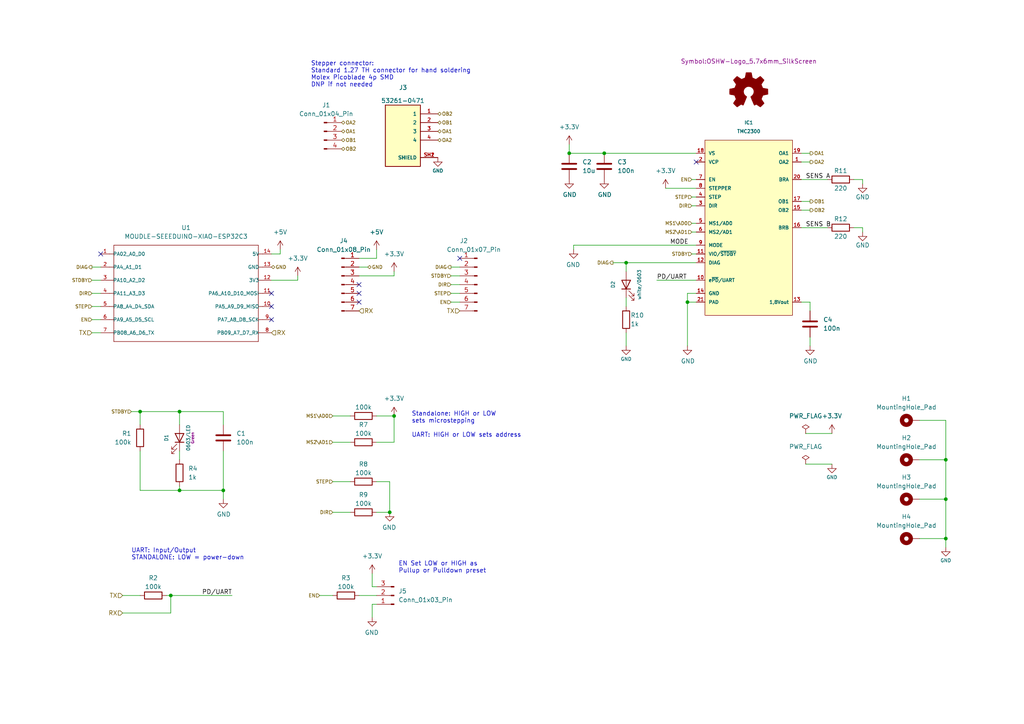
<source format=kicad_sch>
(kicad_sch (version 20230121) (generator eeschema)
  (paper "A4")
  (lib_symbols
    (symbol "53261-0471:53261-0471" (pin_names (offset 1.016))
      (property "Reference" "J" (at -5.0803 7.6204 0))
      (property "Value" "53261-0471" (at -5.0862 -12.7155 0))
      (symbol "53261-0471_0_0"
        (rectangle (start -5.08 -10.16) (end 5.08 7.62) (stroke (width 0.254)) (fill (type background)))
        (pin passive line (at -10.16 5.08 0) (length 5.08) (name "1") (number "1"))
        (pin passive line (at -10.16 2.54 0) (length 5.08) (name "2") (number "2"))
        (pin passive line (at -10.16 0 0) (length 5.08) (name "3") (number "3"))
        (pin passive line (at -10.16 -2.54 0) (length 5.08) (name "4") (number "4"))
        (pin passive line (at -10.16 -7.62 0) (length 5.08) (name "SHIELD") (number "SH1"))
        (pin passive line (at -10.16 -7.62 0) (length 5.08) (name "SHIELD") (number "SH2"))
      )
    )
    (symbol "Connector:Conn_01x03_Pin" (pin_names (offset 1.016) hide)
      (property "Reference" "J" (at 0 5.08 0))
      (property "Value" "Conn_01x03_Pin" (at 0 -5.08 0))
      (symbol "Conn_01x03_Pin_1_1"
        (polyline (pts (xy 1.27 -2.54) (xy 0.8636 -2.54)) (stroke (width 0.1524)))
        (polyline (pts (xy 1.27 0) (xy 0.8636 0)) (stroke (width 0.1524)))
        (polyline (pts (xy 1.27 2.54) (xy 0.8636 2.54)) (stroke (width 0.1524)))
        (rectangle (start 0.8636 -2.413) (end 0 -2.667) (stroke (width 0.1524)) (fill (type outline)))
        (rectangle (start 0.8636 0.127) (end 0 -0.127) (stroke (width 0.1524)) (fill (type outline)))
        (rectangle (start 0.8636 2.667) (end 0 2.413) (stroke (width 0.1524)) (fill (type outline)))
        (pin passive line (at 5.08 2.54 180) (length 3.81) (name "Pin_1") (number "1"))
        (pin passive line (at 5.08 0 180) (length 3.81) (name "Pin_2") (number "2"))
        (pin passive line (at 5.08 -2.54 180) (length 3.81) (name "Pin_3") (number "3"))
      )
    )
    (symbol "Connector:Conn_01x04_Pin" (pin_names (offset 1.016) hide)
      (property "Reference" "J" (at 0 5.08 0))
      (property "Value" "Conn_01x04_Pin" (at 0 -7.62 0))
      (symbol "Conn_01x04_Pin_1_1"
        (polyline (pts (xy 1.27 -5.08) (xy 0.8636 -5.08)) (stroke (width 0.1524)))
        (polyline (pts (xy 1.27 -2.54) (xy 0.8636 -2.54)) (stroke (width 0.1524)))
        (polyline (pts (xy 1.27 0) (xy 0.8636 0)) (stroke (width 0.1524)))
        (polyline (pts (xy 1.27 2.54) (xy 0.8636 2.54)) (stroke (width 0.1524)))
        (rectangle (start 0.8636 -4.953) (end 0 -5.207) (stroke (width 0.1524)) (fill (type outline)))
        (rectangle (start 0.8636 -2.413) (end 0 -2.667) (stroke (width 0.1524)) (fill (type outline)))
        (rectangle (start 0.8636 0.127) (end 0 -0.127) (stroke (width 0.1524)) (fill (type outline)))
        (rectangle (start 0.8636 2.667) (end 0 2.413) (stroke (width 0.1524)) (fill (type outline)))
        (pin passive line (at 5.08 2.54 180) (length 3.81) (name "Pin_1") (number "1"))
        (pin passive line (at 5.08 0 180) (length 3.81) (name "Pin_2") (number "2"))
        (pin passive line (at 5.08 -2.54 180) (length 3.81) (name "Pin_3") (number "3"))
        (pin passive line (at 5.08 -5.08 180) (length 3.81) (name "Pin_4") (number "4"))
      )
    )
    (symbol "Connector:Conn_01x07_Pin" (pin_names (offset 1.016) hide)
      (property "Reference" "J" (at 0 10.16 0))
      (property "Value" "Conn_01x07_Pin" (at 0 -10.16 0))
      (symbol "Conn_01x07_Pin_1_1"
        (polyline (pts (xy 1.27 -7.62) (xy 0.8636 -7.62)) (stroke (width 0.1524)))
        (polyline (pts (xy 1.27 -5.08) (xy 0.8636 -5.08)) (stroke (width 0.1524)))
        (polyline (pts (xy 1.27 -2.54) (xy 0.8636 -2.54)) (stroke (width 0.1524)))
        (polyline (pts (xy 1.27 0) (xy 0.8636 0)) (stroke (width 0.1524)))
        (polyline (pts (xy 1.27 2.54) (xy 0.8636 2.54)) (stroke (width 0.1524)))
        (polyline (pts (xy 1.27 5.08) (xy 0.8636 5.08)) (stroke (width 0.1524)))
        (polyline (pts (xy 1.27 7.62) (xy 0.8636 7.62)) (stroke (width 0.1524)))
        (rectangle (start 0.8636 -7.493) (end 0 -7.747) (stroke (width 0.1524)) (fill (type outline)))
        (rectangle (start 0.8636 -4.953) (end 0 -5.207) (stroke (width 0.1524)) (fill (type outline)))
        (rectangle (start 0.8636 -2.413) (end 0 -2.667) (stroke (width 0.1524)) (fill (type outline)))
        (rectangle (start 0.8636 0.127) (end 0 -0.127) (stroke (width 0.1524)) (fill (type outline)))
        (rectangle (start 0.8636 2.667) (end 0 2.413) (stroke (width 0.1524)) (fill (type outline)))
        (rectangle (start 0.8636 5.207) (end 0 4.953) (stroke (width 0.1524)) (fill (type outline)))
        (rectangle (start 0.8636 7.747) (end 0 7.493) (stroke (width 0.1524)) (fill (type outline)))
        (pin passive line (at 5.08 7.62 180) (length 3.81) (name "Pin_1") (number "1"))
        (pin passive line (at 5.08 5.08 180) (length 3.81) (name "Pin_2") (number "2"))
        (pin passive line (at 5.08 2.54 180) (length 3.81) (name "Pin_3") (number "3"))
        (pin passive line (at 5.08 0 180) (length 3.81) (name "Pin_4") (number "4"))
        (pin passive line (at 5.08 -2.54 180) (length 3.81) (name "Pin_5") (number "5"))
        (pin passive line (at 5.08 -5.08 180) (length 3.81) (name "Pin_6") (number "6"))
        (pin passive line (at 5.08 -7.62 180) (length 3.81) (name "Pin_7") (number "7"))
      )
    )
    (symbol "Device:C" (pin_numbers hide) (pin_names (offset 0.254))
      (property "Reference" "C" (at 0.635 2.54 0))
      (property "Value" "C" (at 0.635 -2.54 0))
      (symbol "C_0_1"
        (polyline (pts (xy -2.032 -0.762) (xy 2.032 -0.762)) (stroke (width 0.508)))
        (polyline (pts (xy -2.032 0.762) (xy 2.032 0.762)) (stroke (width 0.508)))
      )
      (symbol "C_1_1"
        (pin passive line (at 0 3.81 270) (length 2.794) (name "~") (number "1"))
        (pin passive line (at 0 -3.81 90) (length 2.794) (name "~") (number "2"))
      )
    )
    (symbol "Device:LED" (pin_numbers hide) (pin_names (offset 1.016) hide)
      (property "Reference" "D" (at 0 2.54 0))
      (property "Value" "LED" (at 0 -2.54 0))
      (symbol "LED_0_1"
        (polyline (pts (xy -1.27 -1.27) (xy -1.27 1.27)) (stroke (width 0.254)))
        (polyline (pts (xy -1.27 0) (xy 1.27 0)))
        (polyline (pts (xy 1.27 -1.27) (xy 1.27 1.27) (xy -1.27 0) (xy 1.27 -1.27)) (stroke (width 0.254)))
        (polyline (pts (xy -3.048 -0.762) (xy -4.572 -2.286) (xy -3.81 -2.286) (xy -4.572 -2.286) (xy -4.572 -1.524)))
        (polyline (pts (xy -1.778 -0.762) (xy -3.302 -2.286) (xy -2.54 -2.286) (xy -3.302 -2.286) (xy -3.302 -1.524)))
      )
      (symbol "LED_1_1"
        (pin passive line (at -3.81 0 0) (length 2.54) (name "K") (number "1"))
        (pin passive line (at 3.81 0 180) (length 2.54) (name "A") (number "2"))
      )
    )
    (symbol "Device:R" (pin_numbers hide) (pin_names (offset 0))
      (property "Reference" "R" (at 2.032 0 90))
      (property "Value" "R" (at 0 0 90))
      (symbol "R_0_1"
        (rectangle (start -1.016 -2.54) (end 1.016 2.54) (stroke (width 0.254)))
      )
      (symbol "R_1_1"
        (pin passive line (at 0 3.81 270) (length 1.27) (name "~") (number "1"))
        (pin passive line (at 0 -3.81 90) (length 1.27) (name "~") (number "2"))
      )
    )
    (symbol "Graphic:Logo_Open_Hardware_Small" (in_bom no) (on_board no)
      (symbol "Logo_Open_Hardware_Small_0_1"
        (polyline (pts (xy 3.3528 -4.3434) (xy 3.302 -4.318) (xy 3.175 -4.2418) (xy 2.9972 -4.1148) (xy 2.7686 -3.9624) (xy 2.54 -3.81) (xy 2.3622 -3.7084) (xy 2.2352 -3.6068) (xy 2.1844 -3.5814) (xy 2.159 -3.6068) (xy 2.0574 -3.6576) (xy 1.905 -3.7338) (xy 1.8034 -3.7846) (xy 1.6764 -3.8354) (xy 1.6002 -3.8354) (xy 1.6002 -3.8354) (xy 1.5494 -3.7338) (xy 1.4732 -3.5306) (xy 1.3462 -3.302) (xy 1.2446 -3.0226) (xy 1.1176 -2.7178) (xy 0.9652 -2.413) (xy 0.8636 -2.1082) (xy 0.7366 -1.8288) (xy 0.6604 -1.6256) (xy 0.6096 -1.4732) (xy 0.5842 -1.397) (xy 0.5842 -1.397) (xy 0.6604 -1.3208) (xy 0.7874 -1.2446) (xy 1.0414 -1.016) (xy 1.2954 -0.6858) (xy 1.4478 -0.3302) (xy 1.524 0.0762) (xy 1.4732 0.4572) (xy 1.3208 0.8128) (xy 1.0668 1.143) (xy 0.762 1.3716) (xy 0.4064 1.524) (xy 0 1.5748) (xy -0.381 1.5494) (xy -0.7366 1.397) (xy -1.0668 1.143) (xy -1.2192 0.9906) (xy -1.397 0.6604) (xy -1.524 0.3048) (xy -1.524 0.2286) (xy -1.4986 -0.1778) (xy -1.397 -0.5334) (xy -1.1938 -0.8636) (xy -0.9144 -1.143) (xy -0.8636 -1.1684) (xy -0.7366 -1.27) (xy -0.635 -1.3462) (xy -0.5842 -1.397) (xy -1.0668 -2.5908) (xy -1.143 -2.794) (xy -1.2954 -3.1242) (xy -1.397 -3.4036) (xy -1.4986 -3.6322) (xy -1.5748 -3.7846) (xy -1.6002 -3.8354) (xy -1.6002 -3.8354) (xy -1.651 -3.8354) (xy -1.7272 -3.81) (xy -1.905 -3.7338) (xy -2.0066 -3.683) (xy -2.1336 -3.6068) (xy -2.2098 -3.5814) (xy -2.2606 -3.6068) (xy -2.3622 -3.683) (xy -2.54 -3.81) (xy -2.7686 -3.9624) (xy -2.9718 -4.0894) (xy -3.1496 -4.2164) (xy -3.302 -4.318) (xy -3.3528 -4.3434) (xy -3.3782 -4.3434) (xy -3.429 -4.318) (xy -3.5306 -4.2164) (xy -3.7084 -4.064) (xy -3.937 -3.8354) (xy -3.9624 -3.81) (xy -4.1656 -3.6068) (xy -4.318 -3.4544) (xy -4.4196 -3.3274) (xy -4.445 -3.2766) (xy -4.445 -3.2766) (xy -4.4196 -3.2258) (xy -4.318 -3.0734) (xy -4.2164 -2.8956) (xy -4.064 -2.667) (xy -3.6576 -2.0828) (xy -3.8862 -1.5494) (xy -3.937 -1.3716) (xy -4.0386 -1.1684) (xy -4.0894 -1.0414) (xy -4.1148 -0.9652) (xy -4.191 -0.9398) (xy -4.318 -0.9144) (xy -4.5466 -0.8636) (xy -4.8006 -0.8128) (xy -5.0546 -0.7874) (xy -5.2578 -0.7366) (xy -5.4356 -0.7112) (xy -5.5118 -0.6858) (xy -5.5118 -0.6858) (xy -5.5372 -0.635) (xy -5.5372 -0.5588) (xy -5.5372 -0.4318) (xy -5.5626 -0.2286) (xy -5.5626 0.0762) (xy -5.5626 0.127) (xy -5.5372 0.4064) (xy -5.5372 0.635) (xy -5.5372 0.762) (xy -5.5372 0.8382) (xy -5.5372 0.8382) (xy -5.461 0.8382) (xy -5.3086 0.889) (xy -5.08 0.9144) (xy -4.826 0.9652) (xy -4.8006 0.9906) (xy -4.5466 1.0414) (xy -4.318 1.0668) (xy -4.1656 1.1176) (xy -4.0894 1.143) (xy -4.0894 1.143) (xy -4.0386 1.2446) (xy -3.9624 1.4224) (xy -3.8608 1.6256) (xy -3.7846 1.8288) (xy -3.7084 2.0066) (xy -3.6576 2.159) (xy -3.6322 2.2098) (xy -3.6322 2.2098) (xy -3.683 2.286) (xy -3.7592 2.413) (xy -3.8862 2.5908) (xy -4.064 2.8194) (xy -4.064 2.8448) (xy -4.2164 3.0734) (xy -4.3434 3.2512) (xy -4.4196 3.3782) (xy -4.445 3.4544) (xy -4.445 3.4544) (xy -4.3942 3.5052) (xy -4.2926 3.6322) (xy -4.1148 3.81) (xy -3.937 4.0132) (xy -3.8608 4.064) (xy -3.6576 4.2926) (xy -3.5052 4.4196) (xy -3.4036 4.4958) (xy -3.3528 4.5212) (xy -3.3528 4.5212) (xy -3.302 4.4704) (xy -3.1496 4.3688) (xy -2.9718 4.2418) (xy -2.7432 4.0894) (xy -2.7178 4.0894) (xy -2.4892 3.937) (xy -2.3114 3.81) (xy -2.1844 3.7084) (xy -2.1336 3.683) (xy -2.1082 3.683) (xy -2.032 3.7084) (xy -1.8542 3.7592) (xy -1.6764 3.8354) (xy -1.4732 3.937) (xy -1.27 4.0132) (xy -1.143 4.064) (xy -1.0668 4.1148) (xy -1.0668 4.1148) (xy -1.0414 4.191) (xy -1.016 4.3434) (xy -0.9652 4.572) (xy -0.9144 4.8514) (xy -0.889 4.9022) (xy -0.8382 5.1562) (xy -0.8128 5.3848) (xy -0.7874 5.5372) (xy -0.762 5.588) (xy -0.7112 5.6134) (xy -0.5842 5.6134) (xy -0.4064 5.6134) (xy -0.1524 5.6134) (xy 0.0762 5.6134) (xy 0.3302 5.6134) (xy 0.5334 5.6134) (xy 0.6858 5.588) (xy 0.7366 5.588) (xy 0.7366 5.588) (xy 0.762 5.5118) (xy 0.8128 5.334) (xy 0.8382 5.1054) (xy 0.9144 4.826) (xy 0.9144 4.7752) (xy 0.9652 4.5212) (xy 1.016 4.2926) (xy 1.0414 4.1402) (xy 1.0668 4.0894) (xy 1.0668 4.0894) (xy 1.1938 4.0386) (xy 1.3716 3.9624) (xy 1.5748 3.8608) (xy 2.0828 3.6576) (xy 2.7178 4.0894) (xy 2.7686 4.1402) (xy 2.9972 4.2926) (xy 3.175 4.4196) (xy 3.302 4.4958) (xy 3.3782 4.5212) (xy 3.3782 4.5212) (xy 3.429 4.4704) (xy 3.556 4.3434) (xy 3.7338 4.191) (xy 3.9116 3.9878) (xy 4.064 3.8354) (xy 4.2418 3.6576) (xy 4.3434 3.556) (xy 4.4196 3.4798) (xy 4.4196 3.429) (xy 4.4196 3.4036) (xy 4.3942 3.3274) (xy 4.2926 3.2004) (xy 4.1656 2.9972) (xy 4.0132 2.794) (xy 3.8862 2.5908) (xy 3.7592 2.3876) (xy 3.6576 2.2352) (xy 3.6322 2.159) (xy 3.6322 2.1336) (xy 3.683 2.0066) (xy 3.7592 1.8288) (xy 3.8608 1.6002) (xy 4.064 1.1176) (xy 4.3942 1.0414) (xy 4.5974 1.016) (xy 4.8768 0.9652) (xy 5.1308 0.9144) (xy 5.5372 0.8382) (xy 5.5626 -0.6604) (xy 5.4864 -0.6858) (xy 5.4356 -0.6858) (xy 5.2832 -0.7366) (xy 5.0546 -0.762) (xy 4.8006 -0.8128) (xy 4.5974 -0.8636) (xy 4.3688 -0.9144) (xy 4.2164 -0.9398) (xy 4.1402 -0.9398) (xy 4.1148 -0.9652) (xy 4.064 -1.0668) (xy 3.9878 -1.2446) (xy 3.9116 -1.4478) (xy 3.81 -1.651) (xy 3.7338 -1.8542) (xy 3.683 -2.0066) (xy 3.6576 -2.0828) (xy 3.683 -2.1336) (xy 3.7846 -2.2606) (xy 3.8862 -2.4638) (xy 4.0386 -2.667) (xy 4.191 -2.8956) (xy 4.318 -3.0734) (xy 4.3942 -3.2004) (xy 4.445 -3.2766) (xy 4.4196 -3.3274) (xy 4.3434 -3.429) (xy 4.1656 -3.5814) (xy 3.937 -3.8354) (xy 3.8862 -3.8608) (xy 3.683 -4.064) (xy 3.5306 -4.2164) (xy 3.4036 -4.318) (xy 3.3528 -4.3434)) (fill (type outline)))
      )
    )
    (symbol "Mechanical:MountingHole_Pad" (pin_numbers hide) (pin_names (offset 1.016) hide)
      (property "Reference" "H" (at 0 6.35 0))
      (property "Value" "MountingHole_Pad" (at 0 4.445 0))
      (symbol "MountingHole_Pad_0_1"
        (circle (center 0 1.27) (radius 1.27) (stroke (width 1.27)))
      )
      (symbol "MountingHole_Pad_1_1"
        (pin input line (at 0 -2.54 90) (length 2.54) (name "1") (number "1"))
      )
    )
    (symbol "TMC:TMC2300-Trinamic" (pin_names (offset 1.016))
      (property "Reference" "IC1" (at 0 29.21 0))
      (property "Value" "TMC2300" (at 0 26.67 0))
      (symbol "TMC2300-Trinamic_0_0"
        (pin power_out line (at 15.24 19.05 180) (length 2.54) (name "OA2") (number "1"))
        (pin input line (at -15.24 -7.62 0) (length 2.54) (name "VIO/~{STDBY}") (number "11"))
        (pin output line (at -15.24 -10.16 0) (length 2.54) (name "DIAG") (number "12"))
        (pin power_in line (at -15.24 -19.05 0) (length 2.54) (name "GND") (number "14"))
        (pin power_out line (at 15.24 5.08 180) (length 2.54) (name "OB2") (number "15"))
        (pin power_out line (at 15.24 0 180) (length 2.54) (name "BRB") (number "16"))
        (pin power_out line (at 15.24 7.62 180) (length 2.54) (name "OB1") (number "17"))
        (pin input line (at -15.24 21.59 0) (length 2.54) (name "VS") (number "18"))
        (pin power_out line (at 15.24 21.59 180) (length 2.54) (name "OA1") (number "19"))
        (pin passive line (at -15.24 19.05 0) (length 2.54) (name "VCP") (number "2"))
        (pin power_out line (at 15.24 13.97 180) (length 2.54) (name "BRA") (number "20"))
        (pin input line (at -15.24 6.35 0) (length 2.54) (name "DIR") (number "3"))
        (pin input line (at -15.24 8.89 0) (length 2.54) (name "STEP") (number "4"))
        (pin input line (at -15.24 1.27 0) (length 2.54) (name "MS1/AD0") (number "5"))
        (pin input line (at -15.24 -1.27 0) (length 2.54) (name "MS2/AD1") (number "6"))
        (pin input line (at -15.24 13.97 0) (length 2.54) (name "EN") (number "7"))
        (pin input line (at -15.24 11.43 0) (length 2.54) (name "STEPPER") (number "8"))
        (pin input line (at -15.24 -5.08 0) (length 2.54) (name "MODE") (number "9"))
      )
      (symbol "TMC2300-Trinamic_0_1"
        (rectangle (start -12.7 25.4) (end 12.7 -25.4) (fill (type background)))
      )
      (symbol "TMC2300-Trinamic_1_0"
        (pin bidirectional line (at -15.24 -15.24 0) (length 2.54) (name "e~{PD}/UART") (number "10"))
        (pin power_out line (at 15.24 -21.59 180) (length 2.54) (name "1,8Vout") (number "13"))
        (pin power_in line (at -15.24 -21.59 0) (length 2.54) (name "PAD") (number "21"))
      )
    )
    (symbol "power:+3.3V" (power) (pin_names (offset 0))
      (property "Value" "+3.3V" (at 0 3.556 0))
      (symbol "+3.3V_0_1"
        (polyline (pts (xy -0.762 1.27) (xy 0 2.54)))
        (polyline (pts (xy 0 0) (xy 0 2.54)))
        (polyline (pts (xy 0 2.54) (xy 0.762 1.27)))
      )
      (symbol "+3.3V_1_1"
        (pin power_in line (at 0 0 90) (length 0) hide (name "+3.3V") (number "1"))
      )
    )
    (symbol "power:+5V" (power) (pin_names (offset 0))
      (property "Value" "+5V" (at 0 3.556 0))
      (symbol "+5V_0_1"
        (polyline (pts (xy -0.762 1.27) (xy 0 2.54)))
        (polyline (pts (xy 0 0) (xy 0 2.54)))
        (polyline (pts (xy 0 2.54) (xy 0.762 1.27)))
      )
      (symbol "+5V_1_1"
        (pin power_in line (at 0 0 90) (length 0) hide (name "+5V") (number "1"))
      )
    )
    (symbol "power:GND" (power) (pin_names (offset 0))
      (property "Value" "GND" (at 0 -3.81 0))
      (symbol "GND_0_1"
        (polyline (pts (xy 0 0) (xy 0 -1.27) (xy 1.27 -1.27) (xy 0 -2.54) (xy -1.27 -1.27) (xy 0 -1.27)))
      )
      (symbol "GND_1_1"
        (pin power_in line (at 0 0 270) (length 0) hide (name "GND") (number "1"))
      )
    )
    (symbol "power:PWR_FLAG" (power) (pin_numbers hide) (pin_names (offset 0) hide)
      (property "Value" "PWR_FLAG" (at 0 3.81 0))
      (symbol "PWR_FLAG_0_0"
        (pin power_out line (at 0 0 90) (length 0) (name "pwr") (number "1"))
      )
      (symbol "PWR_FLAG_0_1"
        (polyline (pts (xy 0 0) (xy 0 1.27) (xy -1.016 1.905) (xy 0 2.54) (xy 1.016 1.905) (xy 0 1.27)))
      )
    )
    (symbol "seeedStudio:MOUDLE-SEEEDUINO-XIAO-ESP32C3" (pin_names (offset 1.016))
      (property "Reference" "U" (at -21.59 15.24 0))
      (property "Value" "MOUDLE-SEEEDUINO-XIAO-ESP32C3" (at -21.59 13.97 0))
      (symbol "MOUDLE-SEEEDUINO-XIAO-ESP32C3_0_0"
        (polyline (pts (xy -21.59 -13.97) (xy -21.59 0)) (stroke (width 0.1524)))
        (polyline (pts (xy -21.59 -11.43) (xy -22.86 -11.43)) (stroke (width 0.1524)))
        (polyline (pts (xy -21.59 -7.62) (xy -22.86 -7.62)) (stroke (width 0.1524)))
        (polyline (pts (xy -21.59 -3.81) (xy -22.86 -3.81)) (stroke (width 0.1524)))
        (polyline (pts (xy -21.59 0) (xy -22.86 0)) (stroke (width 0.1524)))
        (polyline (pts (xy -21.59 0) (xy -21.59 3.81)) (stroke (width 0.1524)))
        (polyline (pts (xy -21.59 3.81) (xy -22.86 3.81)) (stroke (width 0.1524)))
        (polyline (pts (xy -21.59 3.81) (xy -21.59 7.62)) (stroke (width 0.1524)))
        (polyline (pts (xy -21.59 7.62) (xy -22.86 7.62)) (stroke (width 0.1524)))
        (polyline (pts (xy -21.59 7.62) (xy -21.59 11.43)) (stroke (width 0.1524)))
        (polyline (pts (xy -21.59 11.43) (xy -22.86 11.43)) (stroke (width 0.1524)))
        (polyline (pts (xy -21.59 11.43) (xy -21.59 13.97)) (stroke (width 0.1524)))
        (polyline (pts (xy -21.59 13.97) (xy 20.32 13.97)) (stroke (width 0.1524)))
        (polyline (pts (xy 20.32 -13.97) (xy -21.59 -13.97)) (stroke (width 0.1524)))
        (polyline (pts (xy 20.32 3.81) (xy 20.32 -13.97)) (stroke (width 0.1524)))
        (polyline (pts (xy 20.32 7.62) (xy 20.32 3.81)) (stroke (width 0.1524)))
        (polyline (pts (xy 20.32 11.43) (xy 20.32 7.62)) (stroke (width 0.1524)))
        (polyline (pts (xy 20.32 13.97) (xy 20.32 11.43)) (stroke (width 0.1524)))
        (polyline (pts (xy 21.59 -11.43) (xy 20.32 -11.43)) (stroke (width 0.1524)))
        (polyline (pts (xy 21.59 -7.62) (xy 20.32 -7.62)) (stroke (width 0.1524)))
        (polyline (pts (xy 21.59 -3.81) (xy 20.32 -3.81)) (stroke (width 0.1524)))
        (polyline (pts (xy 21.59 0) (xy 20.32 0)) (stroke (width 0.1524)))
        (polyline (pts (xy 21.59 3.81) (xy 20.32 3.81)) (stroke (width 0.1524)))
        (polyline (pts (xy 21.59 7.62) (xy 20.32 7.62)) (stroke (width 0.1524)))
        (polyline (pts (xy 21.59 11.43) (xy 20.32 11.43)) (stroke (width 0.1524)))
        (pin bidirectional line (at -25.4 11.43 0) (length 2.54) (name "PA02_A0_D0") (number "1"))
        (pin bidirectional line (at 24.13 -3.81 180) (length 2.54) (name "PA5_A9_D9_MISO") (number "10"))
        (pin bidirectional line (at 24.13 0 180) (length 2.54) (name "PA6_A10_D10_MOSI") (number "11"))
        (pin bidirectional line (at 24.13 3.81 180) (length 2.54) (name "3V3") (number "12"))
        (pin bidirectional line (at 24.13 7.62 180) (length 2.54) (name "GND") (number "13"))
        (pin bidirectional line (at 24.13 11.43 180) (length 2.54) (name "5V") (number "14"))
        (pin bidirectional line (at -25.4 7.62 0) (length 2.54) (name "PA4_A1_D1") (number "2"))
        (pin bidirectional line (at -25.4 3.81 0) (length 2.54) (name "PA10_A2_D2") (number "3"))
        (pin bidirectional line (at -25.4 0 0) (length 2.54) (name "PA11_A3_D3") (number "4"))
        (pin bidirectional line (at -25.4 -3.81 0) (length 2.54) (name "PA8_A4_D4_SDA") (number "5"))
        (pin bidirectional line (at -25.4 -7.62 0) (length 2.54) (name "PA9_A5_D5_SCL") (number "6"))
        (pin bidirectional line (at -25.4 -11.43 0) (length 2.54) (name "PB08_A6_D6_TX") (number "7"))
        (pin bidirectional line (at 24.13 -11.43 180) (length 2.54) (name "PB09_A7_D7_RX") (number "8"))
        (pin bidirectional line (at 24.13 -7.62 180) (length 2.54) (name "PA7_A8_D8_SCK") (number "9"))
      )
    )
  )
  (junction (at 114.3 120.65))
  (junction (at 274.32 144.78))
  (junction (at 64.77 142.24))
  (junction (at 113.03 148.59))
  (junction (at 165.1 44.45))
  (junction (at 274.32 156.21))
  (junction (at 199.39 87.63))
  (junction (at 175.26 44.45))
  (junction (at 49.53 172.72))
  (junction (at 52.07 142.24))
  (junction (at 274.32 133.35))
  (junction (at 52.07 119.38))
  (junction (at 181.61 76.2))
  (junction (at 40.64 119.38))
  (no_connect (at 78.74 85.09))
  (no_connect (at 29.21 73.66))
  (no_connect (at 78.74 88.9))
  (no_connect (at 78.74 92.71))
  (no_connect (at 201.93 46.99))
  (no_connect (at 104.14 82.55))
  (no_connect (at 104.14 87.63))
  (no_connect (at 133.35 74.93))
  (no_connect (at 104.14 85.09))
  (wire (pts (xy 38.1 119.38) (xy 40.64 119.38)))
  (wire (pts (xy 274.32 156.21) (xy 274.32 144.78)))
  (wire (pts (xy 232.41 58.42) (xy 234.95 58.42)))
  (wire (pts (xy 200.66 73.66) (xy 201.93 73.66)))
  (wire (pts (xy 234.95 100.33) (xy 234.95 97.79)))
  (wire (pts (xy 109.22 139.7) (xy 113.03 139.7)))
  (wire (pts (xy 114.3 120.65) (xy 114.3 128.27)))
  (wire (pts (xy 96.52 128.27) (xy 101.6 128.27)))
  (wire (pts (xy 232.41 60.96) (xy 234.95 60.96)))
  (wire (pts (xy 201.93 81.28) (xy 190.5 81.28)))
  (wire (pts (xy 64.77 119.38) (xy 64.77 123.19)))
  (wire (pts (xy 26.67 92.71) (xy 29.21 92.71)))
  (wire (pts (xy 199.39 85.09) (xy 201.93 85.09)))
  (wire (pts (xy 107.95 175.26) (xy 107.95 179.07)))
  (wire (pts (xy 181.61 76.2) (xy 181.61 78.74)))
  (wire (pts (xy 130.81 80.01) (xy 133.35 80.01)))
  (wire (pts (xy 52.07 119.38) (xy 52.07 123.19)))
  (wire (pts (xy 181.61 96.52) (xy 181.61 100.33)))
  (wire (pts (xy 40.64 142.24) (xy 52.07 142.24)))
  (wire (pts (xy 165.1 44.45) (xy 175.26 44.45)))
  (wire (pts (xy 35.56 172.72) (xy 40.64 172.72)))
  (wire (pts (xy 96.52 139.7) (xy 101.6 139.7)))
  (wire (pts (xy 104.14 172.72) (xy 109.22 172.72)))
  (wire (pts (xy 233.68 125.73) (xy 241.3 125.73)))
  (wire (pts (xy 114.3 80.01) (xy 114.3 78.74)))
  (wire (pts (xy 49.53 172.72) (xy 48.26 172.72)))
  (wire (pts (xy 109.22 148.59) (xy 113.03 148.59)))
  (wire (pts (xy 181.61 88.9) (xy 181.61 86.36)))
  (wire (pts (xy 106.68 77.47) (xy 104.14 77.47)))
  (wire (pts (xy 233.68 134.62) (xy 241.3 134.62)))
  (wire (pts (xy 130.81 82.55) (xy 133.35 82.55)))
  (wire (pts (xy 107.95 166.37) (xy 107.95 170.18)))
  (wire (pts (xy 35.56 177.8) (xy 49.53 177.8)))
  (wire (pts (xy 26.67 88.9) (xy 29.21 88.9)))
  (wire (pts (xy 52.07 142.24) (xy 52.07 140.97)))
  (wire (pts (xy 234.95 87.63) (xy 232.41 87.63)))
  (wire (pts (xy 49.53 177.8) (xy 49.53 172.72)))
  (wire (pts (xy 274.32 121.92) (xy 274.32 133.35)))
  (wire (pts (xy 40.64 119.38) (xy 52.07 119.38)))
  (wire (pts (xy 232.41 52.07) (xy 240.03 52.07)))
  (wire (pts (xy 166.37 71.12) (xy 201.93 71.12)))
  (wire (pts (xy 200.66 67.31) (xy 201.93 67.31)))
  (wire (pts (xy 81.28 72.39) (xy 81.28 73.66)))
  (wire (pts (xy 232.41 46.99) (xy 234.95 46.99)))
  (wire (pts (xy 109.22 74.93) (xy 104.14 74.93)))
  (wire (pts (xy 274.32 121.92) (xy 266.7 121.92)))
  (wire (pts (xy 199.39 87.63) (xy 199.39 100.33)))
  (wire (pts (xy 26.67 77.47) (xy 29.21 77.47)))
  (wire (pts (xy 232.41 44.45) (xy 234.95 44.45)))
  (wire (pts (xy 64.77 142.24) (xy 64.77 144.78)))
  (wire (pts (xy 166.37 71.12) (xy 166.37 72.39)))
  (wire (pts (xy 250.19 66.04) (xy 250.19 67.31)))
  (wire (pts (xy 193.04 54.61) (xy 201.93 54.61)))
  (wire (pts (xy 109.22 128.27) (xy 114.3 128.27)))
  (wire (pts (xy 49.53 172.72) (xy 67.31 172.72)))
  (wire (pts (xy 86.36 81.28) (xy 78.74 81.28)))
  (wire (pts (xy 26.67 96.52) (xy 29.21 96.52)))
  (wire (pts (xy 200.66 64.77) (xy 201.93 64.77)))
  (wire (pts (xy 96.52 148.59) (xy 101.6 148.59)))
  (wire (pts (xy 232.41 66.04) (xy 240.03 66.04)))
  (wire (pts (xy 177.8 76.2) (xy 181.61 76.2)))
  (wire (pts (xy 200.66 59.69) (xy 201.93 59.69)))
  (wire (pts (xy 250.19 52.07) (xy 250.19 53.34)))
  (wire (pts (xy 274.32 144.78) (xy 274.32 133.35)))
  (wire (pts (xy 274.32 158.75) (xy 274.32 156.21)))
  (wire (pts (xy 109.22 72.39) (xy 109.22 74.93)))
  (wire (pts (xy 40.64 130.81) (xy 40.64 142.24)))
  (wire (pts (xy 130.81 87.63) (xy 133.35 87.63)))
  (wire (pts (xy 52.07 119.38) (xy 64.77 119.38)))
  (wire (pts (xy 181.61 76.2) (xy 201.93 76.2)))
  (wire (pts (xy 52.07 130.81) (xy 52.07 133.35)))
  (wire (pts (xy 26.67 81.28) (xy 29.21 81.28)))
  (wire (pts (xy 266.7 156.21) (xy 274.32 156.21)))
  (wire (pts (xy 130.81 77.47) (xy 133.35 77.47)))
  (wire (pts (xy 200.66 57.15) (xy 201.93 57.15)))
  (wire (pts (xy 26.67 85.09) (xy 29.21 85.09)))
  (wire (pts (xy 113.03 139.7) (xy 113.03 148.59)))
  (wire (pts (xy 52.07 142.24) (xy 64.77 142.24)))
  (wire (pts (xy 247.65 66.04) (xy 250.19 66.04)))
  (wire (pts (xy 199.39 85.09) (xy 199.39 87.63)))
  (wire (pts (xy 199.39 87.63) (xy 201.93 87.63)))
  (wire (pts (xy 175.26 44.45) (xy 201.93 44.45)))
  (wire (pts (xy 107.95 175.26) (xy 109.22 175.26)))
  (wire (pts (xy 247.65 52.07) (xy 250.19 52.07)))
  (wire (pts (xy 107.95 170.18) (xy 109.22 170.18)))
  (wire (pts (xy 81.28 73.66) (xy 78.74 73.66)))
  (wire (pts (xy 104.14 80.01) (xy 114.3 80.01)))
  (wire (pts (xy 165.1 41.91) (xy 165.1 44.45)))
  (wire (pts (xy 200.66 52.07) (xy 201.93 52.07)))
  (wire (pts (xy 40.64 123.19) (xy 40.64 119.38)))
  (wire (pts (xy 130.81 85.09) (xy 133.35 85.09)))
  (wire (pts (xy 274.32 133.35) (xy 266.7 133.35)))
  (wire (pts (xy 266.7 144.78) (xy 274.32 144.78)))
  (wire (pts (xy 64.77 130.81) (xy 64.77 142.24)))
  (wire (pts (xy 96.52 120.65) (xy 101.6 120.65)))
  (wire (pts (xy 92.71 172.72) (xy 96.52 172.72)))
  (wire (pts (xy 109.22 120.65) (xy 114.3 120.65)))
  (wire (pts (xy 86.36 80.01) (xy 86.36 81.28)))
  (wire (pts (xy 234.95 90.17) (xy 234.95 87.63)))
  (text "EN Set LOW or HIGH as \nPullup or Pulldown preset" (at 115.57 166.37 0) (effects (font (size 1.27 1.27)) (justify left bottom)))
  (text "ttgo t-oui board connector:\n1>16 counterclockwiwise\n\n1. RST\n2. GPIO2/ADC1\n3. GPIO4/ADC2/MTMS\n4. GPIO5ADC3/MTDI\n5. GPIO6/MTCK \n6. GPIO7/MTDO\n7. GPIO10\n8. 3V3\n9. 5V\n10. GND\n11. GPIO8\n12. GPIO9\n13. GPIO18/Wire_SDA\n14. GPIO19/Wire_SCL\n15. GPIO20/Serial_RX0\n16. GPIO21/Serial_TX0\n\n" (at 125.73 252.73 0) (effects (font (size 1.27 1.27)) (justify left bottom)))
  (text "Standalone: HIGH or LOW \nsets microstepping \n\nUART: HIGH or LOW sets address" (at 119.38 127 0) (effects (font (size 1.27 1.27)) (justify left bottom)))
  (text "UART: Input/Output\nSTANDALONE: LOW = power-down" (at 38.1 162.56 0) (effects (font (size 1.27 1.27)) (justify left bottom)))
  (text "Stepper connector:\nStandard 1.27 TH connector for hand soldering \nMolex Picoblade 4p SMD \nDNP if not needed" (at 90.17 25.4 0) (effects (font (size 1.27 1.27)) (justify left bottom)))
  (label "MODE" (at 194.31 71.12 0))
  (label "SENS B" (at 233.68 66.04 0))
  (label "SENS A" (at 233.68 52.07 0))
  (label "PD{slash}UART" (at 67.31 172.72 180))
  (label "PD{slash}UART" (at 190.5 81.28 0))
  (hierarchical_label "TX" (shape input) (at 26.67 96.52 180))
  (hierarchical_label "DIAG" (shape output) (at 26.67 77.47 180) (effects (font (size 0.9906 0.9906))))
  (hierarchical_label "STEP" (shape input) (at 130.81 85.09 180) (effects (font (size 0.9906 0.9906))))
  (hierarchical_label "EN" (shape input) (at 92.71 172.72 180) (effects (font (size 0.9906 0.9906))))
  (hierarchical_label "STEP" (shape input) (at 96.52 139.7 180) (effects (font (size 0.9906 0.9906))))
  (hierarchical_label "DIR" (shape input) (at 130.81 82.55 180) (effects (font (size 0.9906 0.9906))))
  (hierarchical_label "OA1" (shape bidirectional) (at 99.06 38.1 0) (effects (font (size 0.9906 0.9906))))
  (hierarchical_label "EN" (shape input) (at 200.66 52.07 180) (effects (font (size 0.9906 0.9906))))
  (hierarchical_label "STEP" (shape input) (at 26.67 88.9 180) (effects (font (size 0.9906 0.9906))))
  (hierarchical_label "DIR" (shape input) (at 96.52 148.59 180) (effects (font (size 0.9906 0.9906))))
  (hierarchical_label "STDBY" (shape input) (at 200.66 73.66 180) (effects (font (size 0.9906 0.9906))))
  (hierarchical_label "DIAG" (shape output) (at 130.81 77.47 180) (effects (font (size 0.9906 0.9906))))
  (hierarchical_label "DIR" (shape input) (at 26.67 85.09 180) (effects (font (size 0.9906 0.9906))))
  (hierarchical_label "GND" (shape bidirectional) (at 78.74 77.47 0) (effects (font (size 0.9906 0.9906))))
  (hierarchical_label "OA1" (shape output) (at 234.95 44.45 0) (effects (font (size 0.9906 0.9906))))
  (hierarchical_label "OB2" (shape output) (at 234.95 60.96 0) (effects (font (size 0.9906 0.9906))))
  (hierarchical_label "TX" (shape input) (at 133.35 90.17 180))
  (hierarchical_label "GND" (shape bidirectional) (at 106.68 77.47 0) (effects (font (size 0.9906 0.9906))))
  (hierarchical_label "MS2\\AD1" (shape input) (at 200.66 67.31 180) (effects (font (size 0.9906 0.9906))))
  (hierarchical_label "MS1\\AD0" (shape input) (at 200.66 64.77 180) (effects (font (size 0.9906 0.9906))))
  (hierarchical_label "RX" (shape input) (at 104.14 90.17 0))
  (hierarchical_label "STDBY" (shape input) (at 130.81 80.01 180) (effects (font (size 0.9906 0.9906))))
  (hierarchical_label "OB2" (shape bidirectional) (at 99.06 43.18 0) (effects (font (size 0.9906 0.9906))))
  (hierarchical_label "RX" (shape input) (at 35.56 177.8 180))
  (hierarchical_label "OA2" (shape bidirectional) (at 99.06 35.56 0) (effects (font (size 0.9906 0.9906))))
  (hierarchical_label "MS1\\AD0" (shape input) (at 96.52 120.65 180) (effects (font (size 0.9906 0.9906))))
  (hierarchical_label "STDBY" (shape input) (at 38.1 119.38 180) (effects (font (size 0.9906 0.9906))))
  (hierarchical_label "OA1" (shape bidirectional) (at 127 38.1 0) (effects (font (size 0.9906 0.9906))))
  (hierarchical_label "EN" (shape input) (at 130.81 87.63 180) (effects (font (size 0.9906 0.9906))))
  (hierarchical_label "EN" (shape input) (at 26.67 92.71 180) (effects (font (size 0.9906 0.9906))))
  (hierarchical_label "MS2\\AD1" (shape input) (at 96.52 128.27 180) (effects (font (size 0.9906 0.9906))))
  (hierarchical_label "TX" (shape input) (at 35.56 172.72 180))
  (hierarchical_label "OA2" (shape bidirectional) (at 127 40.64 0) (effects (font (size 0.9906 0.9906))))
  (hierarchical_label "RX" (shape input) (at 78.74 96.52 0))
  (hierarchical_label "OB1" (shape output) (at 234.95 58.42 0) (effects (font (size 0.9906 0.9906))))
  (hierarchical_label "OB1" (shape bidirectional) (at 127 35.56 0) (effects (font (size 0.9906 0.9906))))
  (hierarchical_label "DIAG" (shape output) (at 177.8 76.2 180) (effects (font (size 0.9906 0.9906))))
  (hierarchical_label "STEP" (shape input) (at 200.66 57.15 180) (effects (font (size 0.9906 0.9906))))
  (hierarchical_label "OB2" (shape bidirectional) (at 127 33.02 0) (effects (font (size 0.9906 0.9906))))
  (hierarchical_label "OA2" (shape output) (at 234.95 46.99 0) (effects (font (size 0.9906 0.9906))))
  (hierarchical_label "DIR" (shape input) (at 200.66 59.69 180) (effects (font (size 0.9906 0.9906))))
  (hierarchical_label "STDBY" (shape input) (at 26.67 81.28 180) (effects (font (size 0.9906 0.9906))))
  (hierarchical_label "OB1" (shape bidirectional) (at 99.06 40.64 0) (effects (font (size 0.9906 0.9906))))
  (symbol (lib_id "power:+3.3V") (at 107.95 166.37 0) (mirror y) (unit 1)
    (property "Reference" "#PWR03" (effects hide))
    (property "Value" "+3.3V" (at 107.95 161.29 0))
  )
  (symbol (lib_id "Device:R") (at 52.07 137.16 180) (unit 1)
    (property "Reference" "R4" (at 54.61 135.89 0) (effects (justify right)))
    (property "Value" "1k" (at 54.61 138.43 0) (effects (justify right)))
    (property "Footprint" "Resistor_SMD:R_0603_1608Metric" (effects hide))
  )
  (symbol (lib_id "Connector:Conn_01x07_Pin") (at 99.06 82.55 0) (unit 1)
    (property "Reference" "J4" (at 99.695 69.85 0))
    (property "Value" "Conn_01x08_Pin" (at 99.695 72.39 0))
    (property "Footprint" "Connector_PinHeader_2.54mm:PinHeader_1x07_P2.54mm_Vertical" (effects hide))
  )
  (symbol (lib_id "power:+5V") (at 109.22 72.39 0) (unit 1)
    (property "Reference" "#PWR08" (effects hide))
    (property "Value" "+5V" (at 109.22 67.31 0))
  )
  (symbol (lib_id "power:GND") (at 107.95 179.07 0) (mirror y) (unit 1)
    (property "Reference" "#PWR04" (effects hide))
    (property "Value" "GND" (at 107.823 183.4642 0))
  )
  (symbol (lib_id "Graphic:Logo_Open_Hardware_Small") (at 217.17 26.67 0) (unit 1)
    (property "Reference" "#SYM1" (effects hide))
    (property "Value" "Logo_Open_Hardware_Small" (effects hide))
    (property "Footprint" "Symbol:OSHW-Logo_5.7x6mm_SilkScreen" (at 217.17 17.78 0))
    (property "Sim.Enable" "0" (effects hide))
  )
  (symbol (lib_id "power:GND") (at 181.61 100.33 0) (unit 1)
    (property "Reference" "#PWR014" (effects hide))
    (property "Value" "GND" (at 181.61 104.14 0) (effects (font (size 0.9906 0.9906))))
  )
  (symbol (lib_id "power:GND") (at 113.03 148.59 0) (mirror y) (unit 1)
    (property "Reference" "#PWR07" (effects hide))
    (property "Value" "GND" (at 112.903 152.9842 0))
  )
  (symbol (lib_id "TMC:TMC2300-Trinamic") (at 217.17 66.04 0) (unit 1)
    (property "Reference" "IC1" (at 217.17 35.56 0) (effects (font (size 0.9906 0.9906))))
    (property "Value" "TMC2300" (at 217.17 38.1 0) (effects (font (size 0.9906 0.9906))))
    (property "Footprint" "Package_DFN_QFN:QFN-20-1EP_3x3mm_P0.4mm_EP1.65x1.65mm_ThermalVias" (effects hide))
  )
  (symbol (lib_id "Device:R") (at 105.41 128.27 90) (unit 1)
    (property "Reference" "R7" (at 105.41 123.19 90))
    (property "Value" "100k" (at 105.41 125.73 90))
    (property "Footprint" "Resistor_SMD:R_0603_1608Metric" (effects hide))
  )
  (symbol (lib_id "Device:LED") (at 52.07 127 270) (mirror x) (unit 1)
    (property "Reference" "D1" (at 48.26 127 0) (effects (font (size 0.9906 0.9906))))
    (property "Value" "0603/LED" (at 54.61 127 0) (effects (font (size 0.9906 0.9906))))
    (property "Footprint" "Resistor_SMD:R_0603_1608Metric" (effects hide))
    (property "Info" "Green" (at 55.88 127 0) (effects (font (size 0.7874 0.7874))))
  )
  (symbol (lib_id "Mechanical:MountingHole_Pad") (at 264.16 133.35 90) (unit 1)
    (property "Reference" "H2" (at 262.89 127 90))
    (property "Value" "MountingHole_Pad" (at 262.89 129.54 90))
    (property "Footprint" "MountingHole:MountingHole_2.2mm_M2_DIN965_Pad" (effects hide))
  )
  (symbol (lib_id "power:+3.3V") (at 165.1 41.91 0) (unit 1)
    (property "Reference" "#PWR011" (effects hide))
    (property "Value" "+3.3V" (at 165.1 36.83 0))
  )
  (symbol (lib_id "power:GND") (at 127 45.72 0) (mirror y) (unit 1)
    (property "Reference" "#PWR06" (effects hide))
    (property "Value" "GND" (at 127 49.53 0) (effects (font (size 0.9906 0.9906))))
  )
  (symbol (lib_id "Mechanical:MountingHole_Pad") (at 264.16 156.21 90) (unit 1)
    (property "Reference" "H4" (at 262.89 149.86 90))
    (property "Value" "MountingHole_Pad" (at 262.89 152.4 90))
    (property "Footprint" "MountingHole:MountingHole_2.2mm_M2_DIN965_Pad" (effects hide))
  )
  (symbol (lib_id "power:+3.3V") (at 241.3 125.73 0) (mirror y) (unit 1)
    (property "Reference" "#PWR018" (effects hide))
    (property "Value" "+3.3V" (at 241.3 120.65 0))
  )
  (symbol (lib_id "Device:R") (at 243.84 66.04 90) (unit 1)
    (property "Reference" "R12" (at 243.84 63.5 90))
    (property "Value" "220" (at 243.84 68.58 90))
    (property "Footprint" "Resistor_SMD:R_1206_3216Metric" (effects hide))
  )
  (symbol (lib_id "power:PWR_FLAG") (at 233.68 134.62 0) (unit 1)
    (property "Reference" "#FLG02" (effects hide))
    (property "Value" "PWR_FLAG" (at 233.68 129.54 0))
  )
  (symbol (lib_id "Device:R") (at 105.41 120.65 90) (unit 1)
    (property "Reference" "R6" (effects hide))
    (property "Value" "100k" (at 105.41 118.11 90))
    (property "Footprint" "Resistor_SMD:R_0603_1608Metric" (effects hide))
  )
  (symbol (lib_id "power:PWR_FLAG") (at 233.68 125.73 0) (unit 1)
    (property "Reference" "#FLG01" (effects hide))
    (property "Value" "PWR_FLAG" (at 233.68 120.65 0))
  )
  (symbol (lib_id "power:GND") (at 250.19 67.31 0) (unit 1)
    (property "Reference" "#PWR021" (effects hide))
    (property "Value" "GND" (at 250.19 71.12 0))
  )
  (symbol (lib_id "Connector:Conn_01x03_Pin") (at 114.3 172.72 180) (unit 1)
    (property "Reference" "J5" (at 115.57 171.45 0) (effects (justify right)))
    (property "Value" "Conn_01x03_Pin" (at 115.57 173.99 0) (effects (justify right)))
    (property "Footprint" "Connector_PinHeader_2.54mm:PinHeader_1x03_P2.54mm_Vertical" (effects hide))
  )
  (symbol (lib_id "Device:R") (at 105.41 148.59 90) (unit 1)
    (property "Reference" "R9" (at 105.41 143.51 90))
    (property "Value" "100k" (at 105.41 146.05 90))
    (property "Footprint" "Resistor_SMD:R_0603_1608Metric" (effects hide))
  )
  (symbol (lib_id "Connector:Conn_01x04_Pin") (at 93.98 38.1 0) (unit 1)
    (property "Reference" "J1" (at 94.615 30.48 0))
    (property "Value" "Conn_01x04_Pin" (at 94.615 33.02 0))
    (property "Footprint" "Connector_PinHeader_1.27mm:PinHeader_1x04_P1.27mm_Vertical" (effects hide))
  )
  (symbol (lib_id "Mechanical:MountingHole_Pad") (at 264.16 121.92 90) (unit 1)
    (property "Reference" "H1" (at 262.89 115.57 90))
    (property "Value" "MountingHole_Pad" (at 262.89 118.11 90))
    (property "Footprint" "MountingHole:MountingHole_2.2mm_M2_DIN965_Pad" (effects hide))
  )
  (symbol (lib_id "power:GND") (at 199.39 100.33 0) (unit 1)
    (property "Reference" "#PWR016" (effects hide))
    (property "Value" "GND" (at 199.517 104.7242 0))
  )
  (symbol (lib_id "Device:C") (at 175.26 48.26 0) (unit 1)
    (property "Reference" "C3" (at 179.07 46.99 0) (effects (justify left)))
    (property "Value" "100n" (at 179.07 49.53 0) (effects (justify left)))
    (property "Footprint" "Resistor_SMD:R_0603_1608Metric" (effects hide))
  )
  (symbol (lib_id "Device:C") (at 234.95 93.98 0) (unit 1)
    (property "Reference" "C4" (at 238.76 92.71 0) (effects (justify left)))
    (property "Value" "100n" (at 238.76 95.25 0) (effects (justify left)))
    (property "Footprint" "Resistor_SMD:R_0603_1608Metric" (effects hide))
  )
  (symbol (lib_id "Device:R") (at 44.45 172.72 90) (unit 1)
    (property "Reference" "R2" (at 44.45 167.64 90))
    (property "Value" "100k" (at 44.45 170.18 90))
    (property "Footprint" "Resistor_SMD:R_0603_1608Metric" (effects hide))
  )
  (symbol (lib_id "power:+3.3V") (at 193.04 54.61 0) (unit 1)
    (property "Reference" "#PWR015" (effects hide))
    (property "Value" "+3.3V" (at 193.04 49.53 0))
  )
  (symbol (lib_id "Device:C") (at 165.1 48.26 0) (unit 1)
    (property "Reference" "C2" (at 168.91 46.99 0) (effects (justify left)))
    (property "Value" "10u" (at 168.91 49.53 0) (effects (justify left)))
    (property "Footprint" "Resistor_SMD:R_0805_2012Metric" (effects hide))
  )
  (symbol (lib_id "Device:R") (at 40.64 127 0) (mirror x) (unit 1)
    (property "Reference" "R1" (at 38.1 125.73 0) (effects (justify right)))
    (property "Value" "100k" (at 38.1 128.27 0) (effects (justify right)))
    (property "Footprint" "Resistor_SMD:R_0603_1608Metric" (effects hide))
  )
  (symbol (lib_id "power:GND") (at 241.3 134.62 0) (unit 1)
    (property "Reference" "#PWR019" (effects hide))
    (property "Value" "GND" (at 241.3 138.43 0) (effects (font (size 0.9906 0.9906))))
  )
  (symbol (lib_id "power:+3.3V") (at 86.36 80.01 0) (unit 1)
    (property "Reference" "#PWR09" (effects hide))
    (property "Value" "+3.3V" (at 86.36 74.93 0))
  )
  (symbol (lib_id "Device:R") (at 100.33 172.72 90) (unit 1)
    (property "Reference" "R3" (at 100.33 167.64 90))
    (property "Value" "100k" (at 100.33 170.18 90))
    (property "Footprint" "Resistor_SMD:R_0603_1608Metric" (effects hide))
  )
  (symbol (lib_id "Device:R") (at 181.61 92.71 0) (unit 1)
    (property "Reference" "R10" (at 182.88 91.44 0) (effects (justify left)))
    (property "Value" "1k" (at 182.88 93.98 0) (effects (justify left)))
    (property "Footprint" "Resistor_SMD:R_0603_1608Metric" (effects hide))
  )
  (symbol (lib_id "53261-0471:53261-0471") (at 116.84 38.1 0) (mirror y) (unit 1)
    (property "Reference" "J3" (at 118.11 25.4 0) (effects (justify left)))
    (property "Value" "53261-0471" (at 123.19 29.21 0) (effects (justify left)))
    (property "Footprint" "connector:MOLEX_53261-0471" (effects hide))
    (property "MF" "Molex" (effects hide))
    (property "Description" "\n.049 pitch picoblade header smt right angle 4 circuits | Molex Incorporated 53261-0471\n" (effects hide))
    (property "Package" "None" (effects hide))
    (property "Price" "None" (effects hide))
    (property "Check_prices" "https://www.snapeda.com/parts/53261-0471/Molex/view-part/?ref=eda" (effects hide))
    (property "STANDARD" "Manufacturer recommendations" (effects hide))
    (property "PARTREV" "C" (effects hide))
    (property "SnapEDA_Link" "https://www.snapeda.com/parts/53261-0471/Molex/view-part/?ref=snap" (effects hide))
    (property "MP" "53261-0471" (effects hide))
    (property "Purchase-URL" "https://www.snapeda.com/api/url_track_click_mouser/?unipart_id=379313&manufacturer=Molex&part_name=53261-0471&search_term=None" (effects hide))
    (property "Availability" "In Stock" (effects hide))
    (property "MANUFACTURER" "MOLEX INC" (effects hide))
  )
  (symbol (lib_id "Device:R") (at 243.84 52.07 90) (unit 1)
    (property "Reference" "R11" (at 243.84 49.53 90))
    (property "Value" "220" (at 243.84 54.61 90))
    (property "Footprint" "Resistor_SMD:R_1206_3216Metric" (effects hide))
  )
  (symbol (lib_id "Mechanical:MountingHole_Pad") (at 264.16 144.78 90) (unit 1)
    (property "Reference" "H3" (at 262.89 138.43 90))
    (property "Value" "MountingHole_Pad" (at 262.89 140.97 90))
    (property "Footprint" "MountingHole:MountingHole_2.2mm_M2_DIN965_Pad" (effects hide))
  )
  (symbol (lib_id "Device:R") (at 105.41 139.7 90) (unit 1)
    (property "Reference" "R8" (at 105.41 134.62 90))
    (property "Value" "100k" (at 105.41 137.16 90))
    (property "Footprint" "Resistor_SMD:R_0603_1608Metric" (effects hide))
  )
  (symbol (lib_id "power:+3.3V") (at 114.3 120.65 0) (mirror y) (unit 1)
    (property "Reference" "#PWR010" (effects hide))
    (property "Value" "+3.3V" (at 114.3 115.57 0))
  )
  (symbol (lib_id "power:GND") (at 250.19 53.34 0) (unit 1)
    (property "Reference" "#PWR020" (effects hide))
    (property "Value" "GND" (at 250.19 57.15 0))
  )
  (symbol (lib_id "Device:LED") (at 181.61 82.55 90) (unit 1)
    (property "Reference" "D2" (at 177.8 82.55 0) (effects (font (size 0.9906 0.9906))))
    (property "Value" "white/0603" (at 185.42 82.55 0) (effects (font (size 0.9906 0.9906))))
    (property "Footprint" "LED_SMD:LED_0603_1608Metric" (effects hide))
  )
  (symbol (lib_id "Connector:Conn_01x07_Pin") (at 138.43 82.55 0) (mirror y) (unit 1)
    (property "Reference" "J2" (at 133.35 69.85 0) (effects (justify right)))
    (property "Value" "Conn_01x07_Pin" (at 129.54 72.39 0) (effects (justify right)))
    (property "Footprint" "Connector_PinHeader_2.54mm:PinHeader_1x07_P2.54mm_Vertical" (effects hide))
  )
  (symbol (lib_id "Device:C") (at 64.77 127 0) (unit 1)
    (property "Reference" "C1" (at 68.58 125.73 0) (effects (justify left)))
    (property "Value" "100n" (at 68.58 128.27 0) (effects (justify left)))
    (property "Footprint" "Resistor_SMD:R_0603_1608Metric" (effects hide))
  )
  (symbol (lib_id "power:GND") (at 234.95 100.33 0) (unit 1)
    (property "Reference" "#PWR017" (effects hide))
    (property "Value" "GND" (at 235.077 104.7242 0))
  )
  (symbol (lib_id "power:+3.3V") (at 114.3 78.74 0) (unit 1)
    (property "Reference" "#PWR023" (effects hide))
    (property "Value" "+3.3V" (at 114.3 73.66 0))
  )
  (symbol (lib_id "power:GND") (at 64.77 144.78 0) (unit 1)
    (property "Reference" "#PWR05" (effects hide))
    (property "Value" "GND" (at 64.897 149.1742 0))
  )
  (symbol (lib_id "power:GND") (at 175.26 52.07 0) (unit 1)
    (property "Reference" "#PWR013" (effects hide))
    (property "Value" "GND" (at 175.387 56.4642 0))
  )
  (symbol (lib_id "power:GND") (at 166.37 72.39 0) (mirror y) (unit 1)
    (property "Reference" "#PWR02" (effects hide))
    (property "Value" "GND" (at 166.243 76.7842 0))
  )
  (symbol (lib_id "power:+5V") (at 81.28 72.39 0) (unit 1)
    (property "Reference" "#PWR01" (effects hide))
    (property "Value" "+5V" (at 81.28 67.31 0))
  )
  (symbol (lib_id "power:GND") (at 165.1 52.07 0) (unit 1)
    (property "Reference" "#PWR012" (effects hide))
    (property "Value" "GND" (at 165.227 56.4642 0))
  )
  (symbol (lib_id "seeedStudio:MOUDLE-SEEEDUINO-XIAO-ESP32C3") (at 54.61 85.09 0) (unit 1)
    (property "Reference" "U1" (at 53.975 66.04 0))
    (property "Value" "MOUDLE-SEEEDUINO-XIAO-ESP32C3" (at 53.975 68.58 0))
    (property "Footprint" "seeedStudio:MOUDLE14P-SMD-2.54-21X17.8MM" (effects hide))
  )
  (symbol (lib_id "power:GND") (at 274.32 158.75 0) (unit 1)
    (property "Reference" "#PWR022" (effects hide))
    (property "Value" "GND" (at 274.32 162.56 0) (effects (font (size 0.9906 0.9906))))
  )
)
</source>
